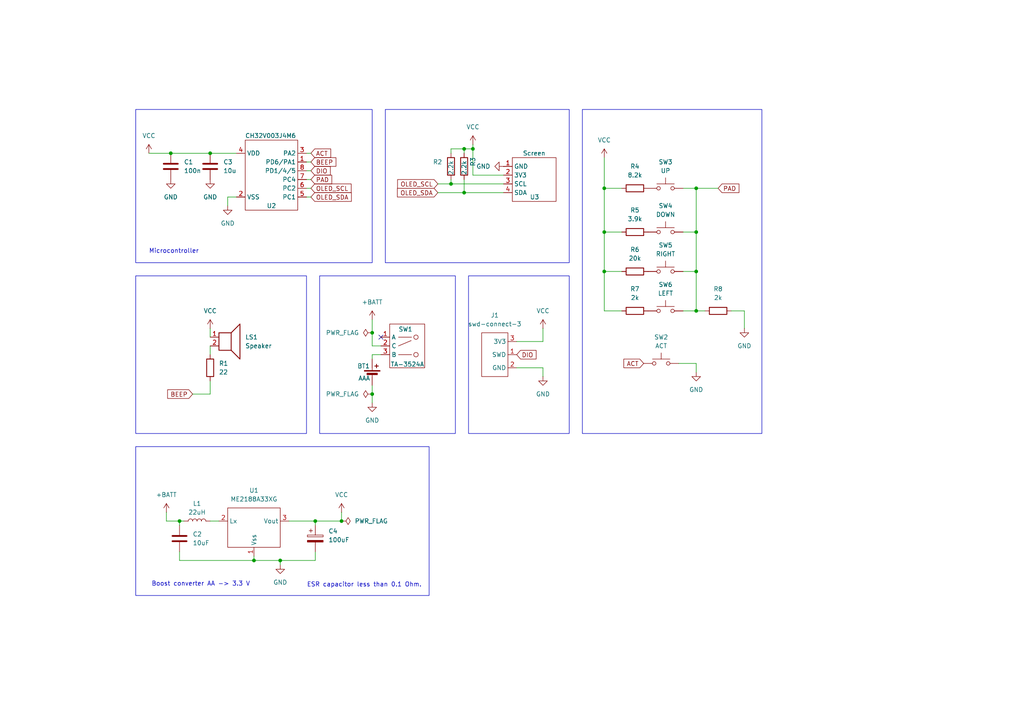
<source format=kicad_sch>
(kicad_sch (version 20231120) (generator "eeschema") (generator_version "8.0")
  (paper "A4")
  (lib_symbols
    (symbol "Device:Battery_Cell" (pin_numbers hide) (pin_names (offset 0) hide)
      (property "Reference" "BT" (at 2.54 2.54 0))
      (property "Value" "Battery_Cell" (at 2.54 0 0))
      (symbol "Battery_Cell_0_1"
        (rectangle (start -2.286 1.778) (end 2.286 1.524) (fill (type outline)))
        (rectangle (start -1.524 1.016) (end 1.524 0.508) (fill (type outline)))
        (polyline (pts (xy 0 0.762) (xy 0 0)))
        (polyline (pts (xy 0 1.778) (xy 0 2.54)))
        (polyline (pts (xy 0.762 3.048) (xy 1.778 3.048)) (stroke (width 0.254)))
        (polyline (pts (xy 1.27 3.556) (xy 1.27 2.54)) (stroke (width 0.254)))
      )
      (symbol "Battery_Cell_1_1"
        (pin passive line (at 0 5.08 270) (length 2.54) (name "+") (number "1"))
        (pin passive line (at 0 -2.54 90) (length 2.54) (name "-") (number "2"))
      )
    )
    (symbol "Device:C" (pin_numbers hide) (pin_names (offset 0.254))
      (property "Reference" "C" (at 0.635 2.54 0))
      (property "Value" "C" (at 0.635 -2.54 0))
      (symbol "C_0_1"
        (polyline (pts (xy -2.032 -0.762) (xy 2.032 -0.762)) (stroke (width 0.508)))
        (polyline (pts (xy -2.032 0.762) (xy 2.032 0.762)) (stroke (width 0.508)))
      )
      (symbol "C_1_1"
        (pin passive line (at 0 3.81 270) (length 2.794) (name "~") (number "1"))
        (pin passive line (at 0 -3.81 90) (length 2.794) (name "~") (number "2"))
      )
    )
    (symbol "Device:C_Polarized" (pin_numbers hide) (pin_names (offset 0.254))
      (property "Reference" "C" (at 0.635 2.54 0))
      (property "Value" "C_Polarized" (at 0.635 -2.54 0))
      (symbol "C_Polarized_0_1"
        (rectangle (start -2.286 0.508) (end 2.286 1.016))
        (polyline (pts (xy -1.778 2.286) (xy -0.762 2.286)))
        (polyline (pts (xy -1.27 2.794) (xy -1.27 1.778)))
        (rectangle (start 2.286 -0.508) (end -2.286 -1.016) (fill (type outline)))
      )
      (symbol "C_Polarized_1_1"
        (pin passive line (at 0 3.81 270) (length 2.794) (name "~") (number "1"))
        (pin passive line (at 0 -3.81 90) (length 2.794) (name "~") (number "2"))
      )
    )
    (symbol "Device:L" (pin_numbers hide) (pin_names (offset 1.016) hide)
      (property "Reference" "L" (at -1.27 0 90))
      (property "Value" "L" (at 1.905 0 90))
      (symbol "L_0_1"
        (arc (start 0 -2.54) (mid 0.6323 -1.905) (end 0 -1.27))
        (arc (start 0 -1.27) (mid 0.6323 -0.635) (end 0 0))
        (arc (start 0 0) (mid 0.6323 0.635) (end 0 1.27))
        (arc (start 0 1.27) (mid 0.6323 1.905) (end 0 2.54))
      )
      (symbol "L_1_1"
        (pin passive line (at 0 3.81 270) (length 1.27) (name "1") (number "1"))
        (pin passive line (at 0 -3.81 90) (length 1.27) (name "2") (number "2"))
      )
    )
    (symbol "Device:R" (pin_numbers hide) (pin_names (offset 0))
      (property "Reference" "R" (at 2.032 0 90))
      (property "Value" "R" (at 0 0 90))
      (symbol "R_0_1"
        (rectangle (start -1.016 -2.54) (end 1.016 2.54) (stroke (width 0.254)))
      )
      (symbol "R_1_1"
        (pin passive line (at 0 3.81 270) (length 1.27) (name "~") (number "1"))
        (pin passive line (at 0 -3.81 90) (length 1.27) (name "~") (number "2"))
      )
    )
    (symbol "Device:Speaker" (pin_names (offset 0) hide)
      (property "Reference" "LS" (at 1.27 5.715 0))
      (property "Value" "Speaker" (at 1.27 3.81 0))
      (symbol "Speaker_0_0"
        (rectangle (start -2.54 1.27) (end 1.016 -3.81) (stroke (width 0.254)))
        (polyline (pts (xy 1.016 1.27) (xy 3.556 3.81) (xy 3.556 -6.35) (xy 1.016 -3.81)) (stroke (width 0.254)))
      )
      (symbol "Speaker_1_1"
        (pin input line (at -5.08 0 0) (length 2.54) (name "1") (number "1"))
        (pin input line (at -5.08 -2.54 0) (length 2.54) (name "2") (number "2"))
      )
    )
    (symbol "Switch:SW_Push" (pin_numbers hide) (pin_names (offset 1.016) hide)
      (property "Reference" "SW" (at 1.27 2.54 0))
      (property "Value" "SW_Push" (at 0 -1.524 0))
      (symbol "SW_Push_0_1"
        (circle (center -2.032 0) (radius 0.508))
        (polyline (pts (xy 0 1.27) (xy 0 3.048)))
        (polyline (pts (xy 2.54 1.27) (xy -2.54 1.27)))
        (circle (center 2.032 0) (radius 0.508))
        (pin passive line (at -5.08 0 0) (length 2.54) (name "1") (number "1"))
        (pin passive line (at 5.08 0 180) (length 2.54) (name "2") (number "2"))
      )
    )
    (symbol "game_pad:ME2188A33XG"
      (property "Reference" "U" (at 0 0 0))
      (property "Value" "ME2188A33XG" (at 0 0 0))
      (symbol "ME2188A33XG_0_1"
        (rectangle (start -7.62 6.35) (end 7.62 -5.08))
      )
      (symbol "ME2188A33XG_1_1"
        (pin input line (at 0 -7.62 90) (length 2.54) (name "Vss") (number "1"))
        (pin input line (at -10.16 2.54 0) (length 2.54) (name "Lx") (number "2"))
        (pin input line (at 10.16 2.54 180) (length 2.54) (name "Vout") (number "3"))
      )
    )
    (symbol "game_pad:OLED_I2C_SSD1306"
      (property "Reference" "U" (at 0 0 0))
      (symbol "OLED_I2C_SSD1306_0_1"
        (rectangle (start -6.35 6.35) (end 6.35 -6.35))
      )
      (symbol "OLED_I2C_SSD1306_1_1"
        (pin power_in line (at -8.89 3.81 0) (length 2.54) (name "GND") (number "1"))
        (pin power_in line (at -8.89 1.27 0) (length 2.54) (name "3V3") (number "2"))
        (pin input line (at -8.89 -1.27 0) (length 2.54) (name "SCL") (number "3"))
        (pin bidirectional line (at -8.89 -3.81 0) (length 2.54) (name "SDA") (number "4"))
      )
    )
    (symbol "game_pad:TA-3524A-A1"
      (property "Reference" "SW" (at 0 -5.08 0))
      (property "Value" "TA-3524A" (at 0 5.08 0))
      (symbol "TA-3524A-A1_0_1"
        (rectangle (start -5.08 6.35) (end 5.08 -6.35))
        (polyline (pts (xy -2.54 -2.54) (xy 1.27 -2.54)))
        (polyline (pts (xy -2.54 0) (xy 1.1511 1.5524)))
        (polyline (pts (xy -2.54 2.54) (xy 1.27 2.54)))
        (circle (center 2.54 -2.54) (radius 0.6451))
        (circle (center 2.54 2.54) (radius 0.627))
      )
      (symbol "TA-3524A-A1_1_1"
        (pin bidirectional line (at -7.62 2.54 0) (length 2.54) (name "A") (number "1"))
        (pin bidirectional line (at -7.62 0 0) (length 2.54) (name "C") (number "2"))
        (pin bidirectional line (at -7.62 -2.54 0) (length 2.54) (name "B") (number "3"))
        (pin no_connect line (at 1.27 7.62 270) (length 2.54) hide (name "NC") (number "4,5,6,7"))
      )
    )
    (symbol "game_pad:ch32v003j4m6"
      (property "Reference" "U" (at 0 -6.35 0))
      (property "Value" "CH32V003J4M6" (at 0 8.89 0))
      (property "LCSC" "C5346354" (at 0 -8.89 0))
      (symbol "ch32v003j4m6_0_1"
        (rectangle (start -7.62 10.16) (end 7.62 -10.16))
      )
      (symbol "ch32v003j4m6_1_1"
        (pin bidirectional line (at 10.16 3.81 180) (length 2.54) (name "PD6/PA1") (number "1"))
        (pin input line (at -10.16 -6.35 0) (length 2.54) (name "VSS") (number "2"))
        (pin input line (at 10.16 6.35 180) (length 2.54) (name "PA2") (number "3"))
        (pin input line (at -10.16 6.35 0) (length 2.54) (name "VDD") (number "4"))
        (pin bidirectional line (at 10.16 -6.35 180) (length 2.54) (name "PC1") (number "5"))
        (pin bidirectional line (at 10.16 -3.81 180) (length 2.54) (name "PC2") (number "6"))
        (pin bidirectional line (at 10.16 -1.27 180) (length 2.54) (name "PC4") (number "7"))
        (pin bidirectional line (at 10.16 1.27 180) (length 2.54) (name "PD1/4/5") (number "8"))
      )
    )
    (symbol "power:+BATT" (power) (pin_numbers hide) (pin_names (offset 0) hide)
      (property "Value" "+BATT" (at 0 3.556 0))
      (symbol "+BATT_0_1"
        (polyline (pts (xy -0.762 1.27) (xy 0 2.54)))
        (polyline (pts (xy 0 0) (xy 0 2.54)))
        (polyline (pts (xy 0 2.54) (xy 0.762 1.27)))
      )
      (symbol "+BATT_1_1"
        (pin power_in line (at 0 0 90) (length 0) (name "~") (number "1"))
      )
    )
    (symbol "power:GND" (power) (pin_numbers hide) (pin_names (offset 0) hide)
      (property "Value" "GND" (at 0 -3.81 0))
      (symbol "GND_0_1"
        (polyline (pts (xy 0 0) (xy 0 -1.27) (xy 1.27 -1.27) (xy 0 -2.54) (xy -1.27 -1.27) (xy 0 -1.27)))
      )
      (symbol "GND_1_1"
        (pin power_in line (at 0 0 270) (length 0) (name "~") (number "1"))
      )
    )
    (symbol "power:PWR_FLAG" (power) (pin_numbers hide) (pin_names (offset 0) hide)
      (property "Value" "PWR_FLAG" (at 0 3.81 0))
      (symbol "PWR_FLAG_0_0"
        (pin power_out line (at 0 0 90) (length 0) (name "~") (number "1"))
      )
      (symbol "PWR_FLAG_0_1"
        (polyline (pts (xy 0 0) (xy 0 1.27) (xy -1.016 1.905) (xy 0 2.54) (xy 1.016 1.905) (xy 0 1.27)))
      )
    )
    (symbol "power:VCC" (power) (pin_numbers hide) (pin_names (offset 0) hide)
      (property "Value" "VCC" (at 0 3.556 0))
      (symbol "VCC_0_1"
        (polyline (pts (xy -0.762 1.27) (xy 0 2.54)))
        (polyline (pts (xy 0 0) (xy 0 2.54)))
        (polyline (pts (xy 0 2.54) (xy 0.762 1.27)))
      )
      (symbol "VCC_1_1"
        (pin power_in line (at 0 0 90) (length 0) (name "~") (number "1"))
      )
    )
    (symbol "swd-connect:swd-connect-3" (in_bom no)
      (property "Reference" "J" (at 0 7.62 0))
      (property "Value" "swd-connect-3" (at 0 -7.62 0))
      (symbol "swd-connect-3_0_1"
        (rectangle (start -3.81 6.35) (end 3.81 -6.35))
      )
      (symbol "swd-connect-3_1_1"
        (pin unspecified line (at -6.35 0 0) (length 2.54) (name "SWD") (number "1"))
        (pin unspecified line (at -6.35 -3.81 0) (length 2.54) (name "GND") (number "2"))
        (pin unspecified line (at -6.35 3.81 0) (length 2.54) (name "3V3") (number "3"))
      )
    )
  )
  (junction (at 137.16 43.18))
  (junction (at 81.28 162.56))
  (junction (at 175.26 67.31))
  (junction (at 201.93 67.31))
  (junction (at 99.06 151.13))
  (junction (at 49.53 44.45))
  (junction (at 134.62 43.18))
  (junction (at 130.81 53.34))
  (junction (at 201.93 78.74))
  (junction (at 175.26 78.74))
  (junction (at 91.44 151.13))
  (junction (at 107.95 114.3))
  (junction (at 52.07 151.13))
  (junction (at 60.96 44.45))
  (junction (at 107.95 96.52))
  (junction (at 73.66 162.56))
  (junction (at 134.62 55.88))
  (junction (at 201.93 90.17))
  (junction (at 175.26 54.61))
  (junction (at 201.93 54.61))
  (no_connect (at 110.49 97.79))
  (wire (pts (xy 175.26 78.74) (xy 175.26 67.31)))
  (wire (pts (xy 175.26 45.72) (xy 175.26 54.61)))
  (wire (pts (xy 90.17 52.07) (xy 88.9 52.07)))
  (wire (pts (xy 91.44 162.56) (xy 91.44 160.02)))
  (wire (pts (xy 157.48 99.06) (xy 149.86 99.06)))
  (wire (pts (xy 137.16 50.8) (xy 137.16 43.18)))
  (wire (pts (xy 198.12 67.31) (xy 201.93 67.31)))
  (wire (pts (xy 66.04 57.15) (xy 66.04 59.69)))
  (wire (pts (xy 134.62 55.88) (xy 146.05 55.88)))
  (wire (pts (xy 134.62 43.18) (xy 137.16 43.18)))
  (wire (pts (xy 81.28 163.83) (xy 81.28 162.56)))
  (wire (pts (xy 90.17 46.99) (xy 88.9 46.99)))
  (wire (pts (xy 99.06 148.59) (xy 99.06 151.13)))
  (wire (pts (xy 175.26 54.61) (xy 180.34 54.61)))
  (wire (pts (xy 201.93 67.31) (xy 201.93 54.61)))
  (wire (pts (xy 90.17 54.61) (xy 88.9 54.61)))
  (wire (pts (xy 215.9 90.17) (xy 215.9 95.25)))
  (wire (pts (xy 130.81 43.18) (xy 134.62 43.18)))
  (wire (pts (xy 68.58 57.15) (xy 66.04 57.15)))
  (wire (pts (xy 201.93 105.41) (xy 201.93 107.95)))
  (wire (pts (xy 137.16 43.18) (xy 137.16 41.91)))
  (wire (pts (xy 127 55.88) (xy 134.62 55.88)))
  (wire (pts (xy 146.05 50.8) (xy 137.16 50.8)))
  (wire (pts (xy 198.12 78.74) (xy 201.93 78.74)))
  (wire (pts (xy 99.06 151.13) (xy 91.44 151.13)))
  (wire (pts (xy 60.96 151.13) (xy 63.5 151.13)))
  (wire (pts (xy 90.17 57.15) (xy 88.9 57.15)))
  (wire (pts (xy 110.49 102.87) (xy 107.95 102.87)))
  (wire (pts (xy 73.66 162.56) (xy 81.28 162.56)))
  (wire (pts (xy 60.96 110.49) (xy 60.96 114.3)))
  (wire (pts (xy 201.93 90.17) (xy 204.47 90.17)))
  (wire (pts (xy 91.44 151.13) (xy 91.44 152.4)))
  (wire (pts (xy 81.28 162.56) (xy 91.44 162.56)))
  (wire (pts (xy 157.48 106.68) (xy 157.48 109.22)))
  (wire (pts (xy 180.34 90.17) (xy 175.26 90.17)))
  (wire (pts (xy 130.81 52.07) (xy 130.81 53.34)))
  (wire (pts (xy 107.95 116.84) (xy 107.95 114.3)))
  (wire (pts (xy 90.17 44.45) (xy 88.9 44.45)))
  (wire (pts (xy 198.12 90.17) (xy 201.93 90.17)))
  (wire (pts (xy 134.62 43.18) (xy 134.62 44.45)))
  (wire (pts (xy 180.34 78.74) (xy 175.26 78.74)))
  (wire (pts (xy 48.26 151.13) (xy 48.26 148.59)))
  (wire (pts (xy 149.86 106.68) (xy 157.48 106.68)))
  (wire (pts (xy 196.85 105.41) (xy 201.93 105.41)))
  (wire (pts (xy 107.95 100.33) (xy 110.49 100.33)))
  (wire (pts (xy 201.93 78.74) (xy 201.93 67.31)))
  (wire (pts (xy 73.66 161.29) (xy 73.66 162.56)))
  (wire (pts (xy 52.07 151.13) (xy 48.26 151.13)))
  (wire (pts (xy 198.12 54.61) (xy 201.93 54.61)))
  (wire (pts (xy 127 53.34) (xy 130.81 53.34)))
  (wire (pts (xy 83.82 151.13) (xy 91.44 151.13)))
  (wire (pts (xy 60.96 95.25) (xy 60.96 97.79)))
  (wire (pts (xy 60.96 44.45) (xy 68.58 44.45)))
  (wire (pts (xy 55.88 114.3) (xy 60.96 114.3)))
  (wire (pts (xy 134.62 52.07) (xy 134.62 55.88)))
  (wire (pts (xy 52.07 162.56) (xy 73.66 162.56)))
  (wire (pts (xy 175.26 67.31) (xy 175.26 54.61)))
  (wire (pts (xy 201.93 90.17) (xy 201.93 78.74)))
  (wire (pts (xy 90.17 49.53) (xy 88.9 49.53)))
  (wire (pts (xy 175.26 90.17) (xy 175.26 78.74)))
  (wire (pts (xy 130.81 44.45) (xy 130.81 43.18)))
  (wire (pts (xy 52.07 160.02) (xy 52.07 162.56)))
  (wire (pts (xy 60.96 100.33) (xy 60.96 102.87)))
  (wire (pts (xy 107.95 92.71) (xy 107.95 96.52)))
  (wire (pts (xy 212.09 90.17) (xy 215.9 90.17)))
  (wire (pts (xy 43.18 44.45) (xy 49.53 44.45)))
  (wire (pts (xy 201.93 54.61) (xy 208.28 54.61)))
  (wire (pts (xy 107.95 96.52) (xy 107.95 100.33)))
  (wire (pts (xy 180.34 67.31) (xy 175.26 67.31)))
  (wire (pts (xy 157.48 95.25) (xy 157.48 99.06)))
  (wire (pts (xy 107.95 114.3) (xy 107.95 111.76)))
  (wire (pts (xy 49.53 44.45) (xy 60.96 44.45)))
  (wire (pts (xy 52.07 152.4) (xy 52.07 151.13)))
  (wire (pts (xy 53.34 151.13) (xy 52.07 151.13)))
  (wire (pts (xy 130.81 53.34) (xy 146.05 53.34)))
  (wire (pts (xy 107.95 102.87) (xy 107.95 104.14)))
  (rectangle (start 39.37 129.54) (end 124.46 172.72))
  (rectangle (start 39.37 31.75) (end 107.95 76.2))
  (rectangle (start 168.91 31.75) (end 220.98 125.73))
  (rectangle (start 92.71 80.01) (end 132.08 125.73))
  (rectangle (start 135.89 80.01) (end 165.1 125.73))
  (rectangle (start 111.76 31.75) (end 165.1 76.2))
  (rectangle (start 39.37 80.01) (end 88.9 125.73))
  (text "ESR capacitor less than 0.1 Ohm." (at 105.664 169.672 0) (effects (font (size 1.27 1.27))))
  (text "Microcontroller" (at 43.18 73.66 0) (effects (font (size 1.27 1.27)) (justify left bottom)))
  (text "Boost converter AA -> 3.3 V" (at 43.942 170.18 0) (effects (font (size 1.27 1.27)) (justify left bottom)))
  (global_label "BEEP" (shape input) (at 90.17 46.99 0) (property "Intersheetrefs" "${INTERSHEET_REFS}" (effects (hide yes))))
  (global_label "ACT" (shape input) (at 186.69 105.41 180) (property "Intersheetrefs" "${INTERSHEET_REFS}" (effects (hide yes))))
  (global_label "OLED_SDA" (shape input) (at 127 55.88 180) (property "Intersheetrefs" "${INTERSHEET_REFS}" (effects (hide yes))))
  (global_label "PAD" (shape input) (at 90.17 52.07 0) (property "Intersheetrefs" "${INTERSHEET_REFS}" (effects (hide yes))))
  (global_label "OLED_SCL" (shape input) (at 127 53.34 180) (property "Intersheetrefs" "${INTERSHEET_REFS}" (effects (hide yes))))
  (global_label "DIO" (shape input) (at 149.86 102.87 0) (property "Intersheetrefs" "${INTERSHEET_REFS}" (effects (hide yes))))
  (global_label "ACT" (shape input) (at 90.17 44.45 0) (property "Intersheetrefs" "${INTERSHEET_REFS}" (effects (hide yes))))
  (global_label "OLED_SDA" (shape input) (at 90.17 57.15 0) (property "Intersheetrefs" "${INTERSHEET_REFS}" (effects (hide yes))))
  (global_label "OLED_SCL" (shape input) (at 90.17 54.61 0) (property "Intersheetrefs" "${INTERSHEET_REFS}" (effects (hide yes))))
  (global_label "DIO" (shape input) (at 90.17 49.53 0) (property "Intersheetrefs" "${INTERSHEET_REFS}" (effects (hide yes))))
  (global_label "BEEP" (shape input) (at 55.88 114.3 180) (property "Intersheetrefs" "${INTERSHEET_REFS}" (effects (hide yes))))
  (global_label "PAD" (shape input) (at 208.28 54.61 0) (property "Intersheetrefs" "${INTERSHEET_REFS}" (effects (hide yes))))
  (symbol (lib_id "power:GND") (at 66.04 59.69 0) (unit 1)
    (property "Reference" "#PWR05" (effects (hide yes)))
    (property "Value" "GND" (at 66.04 64.77 0))
    (property "Description" "Power symbol creates a global label with name \"GND\" , ground" (effects (hide yes)))
  )
  (symbol (lib_id "power:GND") (at 60.96 52.07 0) (unit 1)
    (property "Reference" "#PWR04" (effects (hide yes)))
    (property "Value" "GND" (at 60.96 57.15 0))
    (property "Description" "Power symbol creates a global label with name \"GND\" , ground" (effects (hide yes)))
  )
  (symbol (lib_id "game_pad:ch32v003j4m6") (at 78.74 50.8 0) (unit 1)
    (property "Reference" "U2" (at 78.74 59.69 0))
    (property "Value" "CH32V003J4M6" (at 78.486 39.37 0))
    (property "Footprint" "Package_SO:SOP-8_3.9x4.9mm_P1.27mm" (effects (hide yes)))
    (property "LCSC" "C5346354" (effects (hide yes)))
  )
  (symbol (lib_id "Device:R") (at 208.28 90.17 90) (unit 1)
    (property "Reference" "R8" (at 208.28 83.82 90))
    (property "Value" "2k" (at 208.28 86.36 90))
    (property "Footprint" "Resistor_SMD:R_0805_2012Metric_Pad1.20x1.40mm_HandSolder" (effects (hide yes)))
    (property "Description" "Resistor" (effects (hide yes)))
    (property "LCSC" "C17604" (effects (hide yes)))
  )
  (symbol (lib_id "power:GND") (at 107.95 116.84 0) (unit 1)
    (property "Reference" "#PWR010" (effects (hide yes)))
    (property "Value" "GND" (at 107.95 121.92 0))
    (property "Description" "Power symbol creates a global label with name \"GND\" , ground" (effects (hide yes)))
  )
  (symbol (lib_id "power:GND") (at 201.93 107.95 0) (unit 1)
    (property "Reference" "#PWR016" (effects (hide yes)))
    (property "Value" "GND" (at 201.93 113.03 0))
    (property "Description" "Power symbol creates a global label with name \"GND\" , ground" (effects (hide yes)))
  )
  (symbol (lib_id "Device:R") (at 134.62 48.26 0) (unit 1)
    (property "Reference" "R3" (at 137.16 48.26 90) (effects (justify left)))
    (property "Value" "2.2k" (at 134.62 50.8 90) (effects (justify left)))
    (property "Footprint" "Resistor_SMD:R_0805_2012Metric_Pad1.20x1.40mm_HandSolder" (effects (hide yes)))
    (property "Description" "Resistor" (effects (hide yes)))
    (property "LCSC" "C17520" (effects (hide yes)))
  )
  (symbol (lib_id "Device:Battery_Cell") (at 107.95 109.22 0) (unit 1)
    (property "Reference" "BT1" (at 103.632 106.172 0) (effects (justify left)))
    (property "Value" "AAA" (at 103.886 109.728 0) (effects (justify left)))
    (property "Footprint" "Battery:BatteryHolder_Keystone_2466_1xAAA" (effects (hide yes)))
    (property "Description" "Single-cell battery" (effects (hide yes)))
  )
  (symbol (lib_id "power:VCC") (at 175.26 45.72 0) (unit 1)
    (property "Reference" "#PWR015" (effects (hide yes)))
    (property "Value" "VCC" (at 175.26 40.64 0))
    (property "Description" "Power symbol creates a global label with name \"VCC\"" (effects (hide yes)))
  )
  (symbol (lib_id "Device:C") (at 49.53 48.26 0) (unit 1)
    (property "Reference" "C1" (at 53.34 46.99 0) (effects (justify left)))
    (property "Value" "100n" (at 53.34 49.53 0) (effects (justify left)))
    (property "Footprint" "Capacitor_SMD:C_0805_2012Metric" (effects (hide yes)))
    (property "Description" "Unpolarized capacitor" (effects (hide yes)))
    (property "LCSC" "C49678" (effects (hide yes)))
  )
  (symbol (lib_id "power:VCC") (at 60.96 95.25 0) (unit 1)
    (property "Reference" "#PWR06" (effects (hide yes)))
    (property "Value" "VCC" (at 60.96 90.17 0))
    (property "Description" "Power symbol creates a global label with name \"VCC\"" (effects (hide yes)))
  )
  (symbol (lib_id "game_pad:TA-3524A-A1") (at 118.11 100.33 0) (unit 1)
    (property "Reference" "SW1" (at 115.57 95.504 0) (effects (justify left)))
    (property "Value" "TA-3524A" (at 113.284 105.664 0) (effects (justify left)))
    (property "Footprint" "game_pad:TA-3524A-A1" (effects (hide yes)))
    (property "Datasheet" "https://datasheet.lcsc.com/lcsc/2004181004_Yuandi-TA-3524A-A1_C514014.pdf" (effects (hide yes)))
  )
  (symbol (lib_id "Device:R") (at 184.15 90.17 90) (unit 1)
    (property "Reference" "R7" (at 184.15 83.82 90))
    (property "Value" "2k" (at 184.15 86.36 90))
    (property "Footprint" "Resistor_SMD:R_0805_2012Metric_Pad1.20x1.40mm_HandSolder" (effects (hide yes)))
    (property "Description" "Resistor" (effects (hide yes)))
    (property "LCSC" "C17604" (effects (hide yes)))
  )
  (symbol (lib_id "power:GND") (at 157.48 109.22 0) (unit 1)
    (property "Reference" "#PWR014" (effects (hide yes)))
    (property "Value" "GND" (at 157.48 114.3 0))
    (property "Description" "Power symbol creates a global label with name \"GND\" , ground" (effects (hide yes)))
  )
  (symbol (lib_id "power:VCC") (at 99.06 148.59 0) (unit 1)
    (property "Reference" "#PWR08" (effects (hide yes)))
    (property "Value" "VCC" (at 99.06 143.51 0))
    (property "Description" "Power symbol creates a global label with name \"VCC\"" (effects (hide yes)))
  )
  (symbol (lib_id "Device:R") (at 184.15 54.61 90) (unit 1)
    (property "Reference" "R4" (at 184.15 48.26 90))
    (property "Value" "8.2k" (at 184.15 50.8 90))
    (property "Footprint" "Resistor_SMD:R_0805_2012Metric_Pad1.20x1.40mm_HandSolder" (effects (hide yes)))
    (property "Description" "Resistor" (effects (hide yes)))
    (property "LCSC" "C17828" (effects (hide yes)))
  )
  (symbol (lib_id "Switch:SW_Push") (at 191.77 105.41 0) (unit 1)
    (property "Reference" "SW2" (at 191.77 97.79 0))
    (property "Value" "ACT" (at 191.77 100.33 0))
    (property "Footprint" "game_pad:TSC015" (effects (hide yes)))
    (property "Description" "Push button switch, generic, two pins" (effects (hide yes)))
    (property "LCSC" "C2888900" (effects (hide yes)))
  )
  (symbol (lib_id "power:GND") (at 49.53 52.07 0) (unit 1)
    (property "Reference" "#PWR02" (effects (hide yes)))
    (property "Value" "GND" (at 49.53 57.15 0))
    (property "Description" "Power symbol creates a global label with name \"GND\" , ground" (effects (hide yes)))
  )
  (symbol (lib_id "Device:R") (at 184.15 78.74 90) (unit 1)
    (property "Reference" "R6" (at 184.15 72.39 90))
    (property "Value" "20k" (at 184.15 74.93 90))
    (property "Footprint" "Resistor_SMD:R_0805_2012Metric_Pad1.20x1.40mm_HandSolder" (effects (hide yes)))
    (property "Description" "Resistor" (effects (hide yes)))
    (property "LCSC" "C4328" (effects (hide yes)))
  )
  (symbol (lib_id "Switch:SW_Push") (at 193.04 78.74 0) (unit 1)
    (property "Reference" "SW5" (at 193.04 71.12 0))
    (property "Value" "RIGHT" (at 193.04 73.66 0))
    (property "Footprint" "game_pad:TSC015" (effects (hide yes)))
    (property "Description" "Push button switch, generic, two pins" (effects (hide yes)))
    (property "LCSC" "C2888900" (effects (hide yes)))
  )
  (symbol (lib_id "power:GND") (at 146.05 48.26 270) (unit 1)
    (property "Reference" "#PWR012" (effects (hide yes)))
    (property "Value" "GND" (at 142.24 48.26 90) (effects (justify right)))
    (property "Description" "Power symbol creates a global label with name \"GND\" , ground" (effects (hide yes)))
  )
  (symbol (lib_id "Device:C") (at 60.96 48.26 0) (unit 1)
    (property "Reference" "C3" (at 64.77 46.99 0) (effects (justify left)))
    (property "Value" "10u" (at 64.77 49.53 0) (effects (justify left)))
    (property "Footprint" "Capacitor_SMD:C_0805_2012Metric" (effects (hide yes)))
    (property "Description" "Unpolarized capacitor" (effects (hide yes)))
    (property "LCSC" "C15850" (effects (hide yes)))
  )
  (symbol (lib_id "game_pad:OLED_I2C_SSD1306") (at 154.94 52.07 0) (unit 1) (exclude_from_sim yes)
    (property "Reference" "U3" (at 153.67 57.15 0) (effects (justify left)))
    (property "Value" "Screen" (at 154.94 44.45 0))
    (property "Footprint" "game_pad:OLED_0.96_128x64_I2C_SSD1306" (effects (hide yes)))
    (property "Datasheet" "https://www.aliexpress.com/item/1005005281256695.htm" (effects (hide yes)))
    (property "Description" "OLED Display 0.96 inch 128x64. SSD_1306 driver with I2C interface" (effects (hide yes)))
  )
  (symbol (lib_id "power:PWR_FLAG") (at 107.95 114.3 90) (unit 1)
    (property "Reference" "#FLG03" (effects (hide yes)))
    (property "Value" "PWR_FLAG" (at 104.14 114.3 90) (effects (justify left)))
    (property "Description" "Special symbol for telling ERC where power comes from" (effects (hide yes)))
  )
  (symbol (lib_id "swd-connect:swd-connect-3") (at 143.51 102.87 0) (mirror y) (unit 1) (in_bom no)
    (property "Reference" "J1" (at 143.51 91.44 0))
    (property "Value" "swd-connect-3" (at 143.51 93.98 0))
    (property "Footprint" "swd-connect:swd-connect-3-mcu" (effects (hide yes)))
    (property "Description" "Simple SWD programming footprint (MCU side)" (effects (hide yes)))
  )
  (symbol (lib_id "power:VCC") (at 137.16 41.91 0) (unit 1)
    (property "Reference" "#PWR011" (effects (hide yes)))
    (property "Value" "VCC" (at 137.16 36.83 0))
    (property "Description" "Power symbol creates a global label with name \"VCC\"" (effects (hide yes)))
  )
  (symbol (lib_id "Switch:SW_Push") (at 193.04 54.61 0) (unit 1)
    (property "Reference" "SW3" (at 193.04 46.99 0))
    (property "Value" "UP" (at 193.04 49.53 0))
    (property "Footprint" "game_pad:TSC015" (effects (hide yes)))
    (property "Description" "Push button switch, generic, two pins" (effects (hide yes)))
    (property "LCSC" "C2888900" (effects (hide yes)))
  )
  (symbol (lib_id "Device:C_Polarized") (at 91.44 156.21 0) (unit 1)
    (property "Reference" "C4" (at 95.25 154.0509 0) (effects (justify left)))
    (property "Value" "100uF" (at 95.25 156.5909 0) (effects (justify left)))
    (property "Footprint" "Capacitor_Tantalum_SMD:CP_EIA-3528-21_Kemet-B" (effects (hide yes)))
    (property "Description" "Polarized capacitor" (effects (hide yes)))
    (property "LCSC" "C16133" (effects (hide yes)))
  )
  (symbol (lib_id "Device:C") (at 52.07 156.21 0) (unit 1)
    (property "Reference" "C2" (at 55.88 154.9399 0) (effects (justify left)))
    (property "Value" "10uF" (at 55.88 157.4799 0) (effects (justify left)))
    (property "Footprint" "Capacitor_SMD:C_0805_2012Metric" (effects (hide yes)))
    (property "Description" "Unpolarized capacitor" (effects (hide yes)))
    (property "LCSC" "C15525" (effects (hide yes)))
  )
  (symbol (lib_id "power:GND") (at 215.9 95.25 0) (unit 1)
    (property "Reference" "#PWR017" (effects (hide yes)))
    (property "Value" "GND" (at 215.9 100.33 0))
    (property "Description" "Power symbol creates a global label with name \"GND\" , ground" (effects (hide yes)))
  )
  (symbol (lib_id "Switch:SW_Push") (at 193.04 90.17 0) (unit 1)
    (property "Reference" "SW6" (at 193.04 82.55 0))
    (property "Value" "LEFT" (at 193.04 85.09 0))
    (property "Footprint" "game_pad:TSC015" (effects (hide yes)))
    (property "Description" "Push button switch, generic, two pins" (effects (hide yes)))
    (property "LCSC" "C2888900" (effects (hide yes)))
  )
  (symbol (lib_id "power:GND") (at 81.28 163.83 0) (unit 1)
    (property "Reference" "#PWR07" (effects (hide yes)))
    (property "Value" "GND" (at 81.28 168.91 0))
    (property "Description" "Power symbol creates a global label with name \"GND\" , ground" (effects (hide yes)))
  )
  (symbol (lib_id "Device:R") (at 130.81 48.26 0) (mirror y) (unit 1)
    (property "Reference" "R2" (at 128.27 46.99 0) (effects (justify left)))
    (property "Value" "2.2k" (at 130.81 50.8 90) (effects (justify left)))
    (property "Footprint" "Resistor_SMD:R_0805_2012Metric_Pad1.20x1.40mm_HandSolder" (effects (hide yes)))
    (property "Description" "Resistor" (effects (hide yes)))
    (property "LCSC" "C17520" (effects (hide yes)))
  )
  (symbol (lib_id "power:VCC") (at 43.18 44.45 0) (unit 1)
    (property "Reference" "#PWR01" (effects (hide yes)))
    (property "Value" "VCC" (at 43.18 39.37 0))
    (property "Description" "Power symbol creates a global label with name \"VCC\"" (effects (hide yes)))
  )
  (symbol (lib_id "Device:R") (at 184.15 67.31 90) (unit 1)
    (property "Reference" "R5" (at 184.15 60.96 90))
    (property "Value" "3.9k" (at 184.15 63.5 90))
    (property "Footprint" "Resistor_SMD:R_0805_2012Metric_Pad1.20x1.40mm_HandSolder" (effects (hide yes)))
    (property "Description" "Resistor" (effects (hide yes)))
    (property "LCSC" "C17614" (effects (hide yes)))
  )
  (symbol (lib_id "Device:Speaker") (at 66.04 97.79 0) (unit 1)
    (property "Reference" "LS1" (at 71.12 97.79 0) (effects (justify left)))
    (property "Value" "Speaker" (at 71.12 100.33 0) (effects (justify left)))
    (property "Footprint" "game_pad:MLT-5030" (effects (hide yes)))
    (property "Description" "Speaker" (effects (hide yes)))
    (property "LCSC" "C95297" (effects (hide yes)))
  )
  (symbol (lib_id "Switch:SW_Push") (at 193.04 67.31 0) (unit 1)
    (property "Reference" "SW4" (at 193.04 59.69 0))
    (property "Value" "DOWN" (at 193.04 62.23 0))
    (property "Footprint" "game_pad:TSC015" (effects (hide yes)))
    (property "Description" "Push button switch, generic, two pins" (effects (hide yes)))
    (property "LCSC" "C2888900" (effects (hide yes)))
  )
  (symbol (lib_id "power:VCC") (at 157.48 95.25 0) (unit 1)
    (property "Reference" "#PWR013" (effects (hide yes)))
    (property "Value" "VCC" (at 157.48 90.17 0))
    (property "Description" "Power symbol creates a global label with name \"VCC\"" (effects (hide yes)))
  )
  (symbol (lib_id "power:PWR_FLAG") (at 107.95 96.52 90) (unit 1)
    (property "Reference" "#FLG02" (effects (hide yes)))
    (property "Value" "PWR_FLAG" (at 104.14 96.52 90) (effects (justify left)))
    (property "Description" "Special symbol for telling ERC where power comes from" (effects (hide yes)))
  )
  (symbol (lib_id "power:PWR_FLAG") (at 99.06 151.13 270) (unit 1)
    (property "Reference" "#FLG01" (effects (hide yes)))
    (property "Value" "PWR_FLAG" (at 102.87 151.1299 90) (effects (justify left)))
    (property "Description" "Special symbol for telling ERC where power comes from" (effects (hide yes)))
  )
  (symbol (lib_id "power:+BATT") (at 107.95 92.71 0) (unit 1)
    (property "Reference" "#PWR09" (effects (hide yes)))
    (property "Value" "+BATT" (at 107.95 87.63 0))
    (property "Description" "Power symbol creates a global label with name \"+BATT\"" (effects (hide yes)))
  )
  (symbol (lib_id "Device:L") (at 57.15 151.13 90) (unit 1)
    (property "Reference" "L1" (at 57.15 146.05 90))
    (property "Value" "22uH" (at 57.15 148.59 90))
    (property "Footprint" "Inductor_SMD:L_Sunlord_SWPA4030S" (effects (hide yes)))
    (property "Description" "Inductor" (effects (hide yes)))
    (property "LCSC" "C83472" (effects (hide yes)))
  )
  (symbol (lib_id "game_pad:ME2188A33XG") (at 73.66 153.67 0) (unit 1)
    (property "Reference" "U1" (at 73.66 142.24 0))
    (property "Value" "ME2188A33XG" (at 73.66 144.78 0))
    (property "Footprint" "Package_TO_SOT_SMD:SOT-23-3" (effects (hide yes)))
    (property "LCSC" "C427467" (effects (hide yes)))
  )
  (symbol (lib_id "Device:R") (at 60.96 106.68 0) (unit 1)
    (property "Reference" "R1" (at 63.5 105.4099 0) (effects (justify left)))
    (property "Value" "22" (at 63.5 107.9499 0) (effects (justify left)))
    (property "Footprint" "Resistor_SMD:R_0805_2012Metric_Pad1.20x1.40mm_HandSolder" (effects (hide yes)))
    (property "Description" "Resistor" (effects (hide yes)))
  )
  (symbol (lib_id "power:+BATT") (at 48.26 148.59 0) (unit 1)
    (property "Reference" "#PWR03" (effects (hide yes)))
    (property "Value" "+BATT" (at 48.26 143.51 0))
    (property "Description" "Power symbol creates a global label with name \"+BATT\"" (effects (hide yes)))
  )
)
</source>
